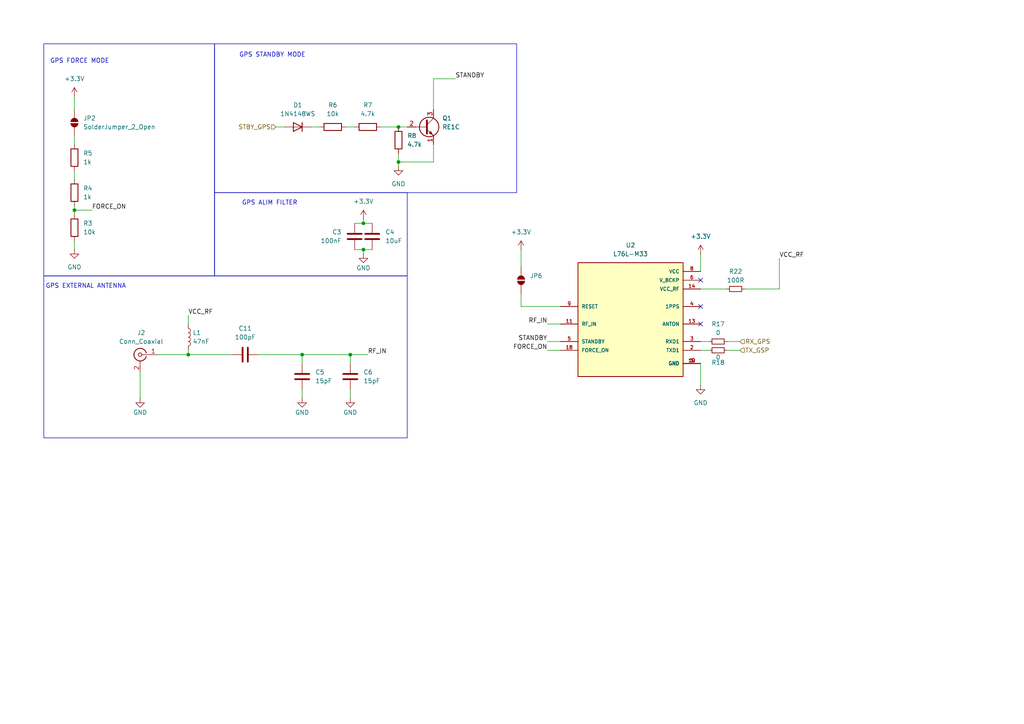
<source format=kicad_sch>
(kicad_sch (version 20250114) (generator "eeschema") (generator_version "9.0")
  (paper "A4")
  (lib_symbols
    (symbol "Connector:Conn_Coaxial" (pin_names (offset 1.016) (hide yes))
      (property "Reference" "J" (at 0.254 3.048 0))
      (property "Value" "Conn_Coaxial" (at 2.921 0 90))
      (symbol "Conn_Coaxial_0_1"
        (polyline (pts (xy -2.54 0) (xy -0.508 0)))
        (arc (start 1.778 0) (mid 0.222 -1.8079) (end -1.778 -0.508) (stroke (width 0.254)))
        (arc (start -1.778 0.508) (mid 0.2221 1.8084) (end 1.778 0) (stroke (width 0.254)))
        (circle (center 0 0) (radius 0.508) (stroke (width 0.2032)))
        (polyline (pts (xy 0 -2.54) (xy 0 -1.778)))
      )
      (symbol "Conn_Coaxial_1_1"
        (pin passive line (at -5.08 0 0) (length 2.54) (name "In") (number "1"))
        (pin passive line (at 0 -5.08 90) (length 2.54) (name "Ext") (number "2"))
      )
    )
    (symbol "Device:C" (pin_numbers (hide yes)) (pin_names (offset 0.254))
      (property "Reference" "C" (at 0.635 2.54 0))
      (property "Value" "C" (at 0.635 -2.54 0))
      (symbol "C_0_1"
        (polyline (pts (xy -2.032 0.762) (xy 2.032 0.762)) (stroke (width 0.508)))
        (polyline (pts (xy -2.032 -0.762) (xy 2.032 -0.762)) (stroke (width 0.508)))
      )
      (symbol "C_1_1"
        (pin passive line (at 0 3.81 270) (length 2.794) (name "~") (number "1"))
        (pin passive line (at 0 -3.81 90) (length 2.794) (name "~") (number "2"))
      )
    )
    (symbol "Device:L" (pin_numbers (hide yes)) (pin_names (offset 1.016) (hide yes))
      (property "Reference" "L" (at -1.27 0 90))
      (property "Value" "L" (at 1.905 0 90))
      (symbol "L_0_1"
        (arc (start 0 2.54) (mid 0.6323 1.905) (end 0 1.27))
        (arc (start 0 1.27) (mid 0.6323 0.635) (end 0 0))
        (arc (start 0 0) (mid 0.6323 -0.635) (end 0 -1.27))
        (arc (start 0 -1.27) (mid 0.6323 -1.905) (end 0 -2.54))
      )
      (symbol "L_1_1"
        (pin passive line (at 0 3.81 270) (length 1.27) (name "1") (number "1"))
        (pin passive line (at 0 -3.81 90) (length 1.27) (name "2") (number "2"))
      )
    )
    (symbol "Device:R" (pin_numbers (hide yes)) (pin_names (offset 0))
      (property "Reference" "R" (at 2.032 0 90))
      (property "Value" "R" (at 0 0 90))
      (symbol "R_0_1"
        (rectangle (start -1.016 -2.54) (end 1.016 2.54) (stroke (width 0.254)))
      )
      (symbol "R_1_1"
        (pin passive line (at 0 3.81 270) (length 1.27) (name "~") (number "1"))
        (pin passive line (at 0 -3.81 90) (length 1.27) (name "~") (number "2"))
      )
    )
    (symbol "Device:R_Small" (pin_numbers (hide yes)) (pin_names (offset 0.254) (hide yes))
      (property "Reference" "R" (at 0.762 0.508 0))
      (property "Value" "R_Small" (at 0.762 -1.016 0))
      (symbol "R_Small_0_1"
        (rectangle (start -0.762 1.778) (end 0.762 -1.778) (stroke (width 0.2032)))
      )
      (symbol "R_Small_1_1"
        (pin passive line (at 0 2.54 270) (length 0.762) (name "~") (number "1"))
        (pin passive line (at 0 -2.54 90) (length 0.762) (name "~") (number "2"))
      )
    )
    (symbol "Diode:1N4148WS" (pin_numbers (hide yes)) (pin_names (hide yes))
      (property "Reference" "D" (at 0 2.54 0))
      (property "Value" "1N4148WS" (at 0 -2.54 0))
      (symbol "1N4148WS_0_1"
        (polyline (pts (xy -1.27 1.27) (xy -1.27 -1.27)) (stroke (width 0.254)))
        (polyline (pts (xy 1.27 1.27) (xy 1.27 -1.27) (xy -1.27 0) (xy 1.27 1.27)) (stroke (width 0.254)))
        (polyline (pts (xy 1.27 0) (xy -1.27 0)))
      )
      (symbol "1N4148WS_1_1"
        (pin passive line (at -3.81 0 0) (length 2.54) (name "K") (number "1"))
        (pin passive line (at 3.81 0 180) (length 2.54) (name "A") (number "2"))
      )
    )
    (symbol "Jumper:SolderJumper_2_Open" (pin_numbers (hide yes)) (pin_names (offset 0) (hide yes)) (exclude_from_sim yes) (in_bom no)
      (property "Reference" "JP" (at 0 2.032 0))
      (property "Value" "SolderJumper_2_Open" (at 0 -2.54 0))
      (symbol "SolderJumper_2_Open_0_1"
        (polyline (pts (xy -0.254 1.016) (xy -0.254 -1.016)))
        (arc (start -0.254 -1.016) (mid -1.2656 0) (end -0.254 1.016))
        (arc (start -0.254 -1.016) (mid -1.2656 0) (end -0.254 1.016) (fill (type outline)))
        (arc (start 0.254 1.016) (mid 1.2656 0) (end 0.254 -1.016))
        (arc (start 0.254 1.016) (mid 1.2656 0) (end 0.254 -1.016) (fill (type outline)))
        (polyline (pts (xy 0.254 1.016) (xy 0.254 -1.016)))
      )
      (symbol "SolderJumper_2_Open_1_1"
        (pin passive line (at -3.81 0 0) (length 2.54) (name "A") (number "1"))
        (pin passive line (at 3.81 0 180) (length 2.54) (name "B") (number "2"))
      )
    )
    (symbol "L76L-M33:L76L-M33" (pin_names (offset 1.016))
      (property "Reference" "U2" (at 0 22.86 0))
      (property "Value" "L76L-M33" (at 0 20.32 0))
      (symbol "L76L-M33_0_0"
        (rectangle (start -15.24 -15.24) (end 15.24 17.78) (stroke (width 0.254)) (fill (type background)))
        (pin input line (at -20.32 5.08 0) (length 5.08) (name "RESET") (number "9"))
        (pin input line (at -20.32 0 0) (length 5.08) (name "RF_IN") (number "11"))
        (pin input line (at -20.32 -5.08 0) (length 5.08) (name "STANDBY") (number "5"))
        (pin input line (at -20.32 -7.62 0) (length 5.08) (name "FORCE_ON") (number "18"))
        (pin power_in line (at 20.32 15.24 180) (length 5.08) (name "VCC") (number "8"))
        (pin power_in line (at 20.32 12.7 180) (length 5.08) (name "V_BCKP") (number "6"))
        (pin output line (at 20.32 5.08 180) (length 5.08) (name "1PPS") (number "4"))
        (pin output line (at 20.32 0 180) (length 5.08) (name "ANTON") (number "13"))
        (pin input line (at 20.32 -5.08 180) (length 5.08) (name "RXD1") (number "3"))
        (pin output line (at 20.32 -7.62 180) (length 5.08) (name "TXD1") (number "2"))
      )
      (symbol "L76L-M33_1_0"
        (pin power_out line (at 20.32 10.16 180) (length 5.08) (name "VCC_RF") (number "14"))
        (pin power_out line (at 20.32 -11.43 180) (length 5.08) (name "GND") (number "1"))
        (pin power_out line (at 20.32 -11.43 180) (length 5.08) (name "GND") (number "10"))
        (pin power_out line (at 20.32 -11.43 180) (length 5.08) (name "GND") (number "12"))
      )
    )
    (symbol "Transistor_BJT:S8050" (pin_names (offset 0) (hide yes))
      (property "Reference" "Q" (at 5.08 1.905 0))
      (property "Value" "S8050" (at 5.08 0 0))
      (symbol "S8050_0_1"
        (polyline (pts (xy -2.54 0) (xy 0.635 0)))
        (polyline (pts (xy 0.635 1.905) (xy 0.635 -1.905)) (stroke (width 0.508)))
        (circle (center 1.27 0) (radius 2.8194) (stroke (width 0.254)))
      )
      (symbol "S8050_1_1"
        (polyline (pts (xy 0.635 0.635) (xy 2.54 2.54)))
        (polyline (pts (xy 0.635 -0.635) (xy 2.54 -2.54)))
        (polyline (pts (xy 1.27 -1.778) (xy 1.778 -1.27) (xy 2.286 -2.286) (xy 1.27 -1.778)) (fill (type outline)))
        (pin input line (at -5.08 0 0) (length 2.54) (name "B") (number "2"))
        (pin passive line (at 2.54 5.08 270) (length 2.54) (name "C") (number "3"))
        (pin passive line (at 2.54 -5.08 90) (length 2.54) (name "E") (number "1"))
      )
    )
    (symbol "power:+3.3V" (power) (pin_numbers (hide yes)) (pin_names (offset 0) (hide yes))
      (property "Value" "+3.3V" (at 0 3.556 0))
      (symbol "+3.3V_0_1"
        (polyline (pts (xy -0.762 1.27) (xy 0 2.54)))
        (polyline (pts (xy 0 2.54) (xy 0.762 1.27)))
        (polyline (pts (xy 0 0) (xy 0 2.54)))
      )
      (symbol "+3.3V_1_1"
        (pin power_in line (at 0 0 90) (length 0) (name "~") (number "1"))
      )
    )
    (symbol "power:GND" (power) (pin_numbers (hide yes)) (pin_names (offset 0) (hide yes))
      (property "Value" "GND" (at 0 -3.81 0))
      (symbol "GND_0_1"
        (polyline (pts (xy 0 0) (xy 0 -1.27) (xy 1.27 -1.27) (xy 0 -2.54) (xy -1.27 -1.27) (xy 0 -1.27)))
      )
      (symbol "GND_1_1"
        (pin power_in line (at 0 0 270) (length 0) (name "~") (number "1"))
      )
    )
  )
  (rectangle (start 62.23 55.88) (end 118.11 80.01))
  (rectangle (start 12.7 12.7) (end 62.23 80.01))
  (rectangle (start 12.7 80.01) (end 118.11 127))
  (rectangle (start 62.23 12.7) (end 149.86 55.88))
  (text "GPS EXTERNAL ANTENNA" (at 24.892 83.058 0) (effects (font (size 1.27 1.27))))
  (text "GPS STANDBY MODE" (at 78.994 16.002 0) (effects (font (size 1.27 1.27))))
  (text "GPS ALIM FILTER\n\n" (at 78.232 59.944 0) (effects (font (size 1.27 1.27))))
  (text "GPS FORCE MODE\n" (at 23.114 17.78 0) (effects (font (size 1.27 1.27))))
  (junction (at 105.41 64.77))
  (junction (at 101.6 102.87))
  (junction (at 87.63 102.87))
  (junction (at 54.61 102.87))
  (junction (at 21.59 60.96))
  (junction (at 115.57 46.99))
  (junction (at 115.57 36.83))
  (junction (at 105.41 72.39))
  (no_connect (at 203.2 81.28))
  (no_connect (at 203.2 93.98))
  (no_connect (at 203.2 88.9))
  (wire (pts (xy 105.41 64.77) (xy 107.95 64.77)))
  (wire (pts (xy 203.2 105.41) (xy 203.2 111.76)))
  (wire (pts (xy 21.59 27.94) (xy 21.59 31.75)))
  (wire (pts (xy 90.17 36.83) (xy 92.71 36.83)))
  (wire (pts (xy 105.41 72.39) (xy 107.95 72.39)))
  (wire (pts (xy 115.57 36.83) (xy 118.11 36.83)))
  (wire (pts (xy 101.6 113.03) (xy 101.6 115.57)))
  (wire (pts (xy 115.57 44.45) (xy 115.57 46.99)))
  (wire (pts (xy 54.61 101.6) (xy 54.61 102.87)))
  (wire (pts (xy 45.72 102.87) (xy 54.61 102.87)))
  (wire (pts (xy 214.63 101.6) (xy 210.82 101.6)))
  (wire (pts (xy 21.59 60.96) (xy 21.59 62.23)))
  (wire (pts (xy 125.73 41.91) (xy 125.73 46.99)))
  (wire (pts (xy 100.33 36.83) (xy 102.87 36.83)))
  (wire (pts (xy 54.61 102.87) (xy 67.31 102.87)))
  (wire (pts (xy 205.74 101.6) (xy 203.2 101.6)))
  (wire (pts (xy 21.59 60.96) (xy 26.67 60.96)))
  (wire (pts (xy 105.41 72.39) (xy 105.41 73.66)))
  (wire (pts (xy 102.87 72.39) (xy 105.41 72.39)))
  (wire (pts (xy 125.73 22.86) (xy 125.73 31.75)))
  (wire (pts (xy 102.87 64.77) (xy 105.41 64.77)))
  (wire (pts (xy 101.6 102.87) (xy 101.6 105.41)))
  (wire (pts (xy 151.13 88.9) (xy 162.56 88.9)))
  (wire (pts (xy 21.59 69.85) (xy 21.59 72.39)))
  (wire (pts (xy 158.75 93.98) (xy 162.56 93.98)))
  (wire (pts (xy 101.6 102.87) (xy 106.68 102.87)))
  (wire (pts (xy 151.13 85.09) (xy 151.13 88.9)))
  (wire (pts (xy 214.63 99.06) (xy 210.82 99.06)))
  (wire (pts (xy 110.49 36.83) (xy 115.57 36.83)))
  (wire (pts (xy 115.57 46.99) (xy 125.73 46.99)))
  (wire (pts (xy 54.61 91.44) (xy 54.61 93.98)))
  (wire (pts (xy 74.93 102.87) (xy 87.63 102.87)))
  (wire (pts (xy 115.57 46.99) (xy 115.57 48.26)))
  (wire (pts (xy 151.13 72.39) (xy 151.13 77.47)))
  (wire (pts (xy 21.59 59.69) (xy 21.59 60.96)))
  (wire (pts (xy 21.59 49.53) (xy 21.59 52.07)))
  (wire (pts (xy 226.06 74.93) (xy 226.06 83.82)))
  (wire (pts (xy 80.01 36.83) (xy 82.55 36.83)))
  (wire (pts (xy 158.75 101.6) (xy 162.56 101.6)))
  (wire (pts (xy 158.75 99.06) (xy 162.56 99.06)))
  (wire (pts (xy 205.74 99.06) (xy 203.2 99.06)))
  (wire (pts (xy 21.59 39.37) (xy 21.59 41.91)))
  (wire (pts (xy 87.63 105.41) (xy 87.63 102.87)))
  (wire (pts (xy 87.63 113.03) (xy 87.63 115.57)))
  (wire (pts (xy 203.2 83.82) (xy 210.82 83.82)))
  (wire (pts (xy 87.63 102.87) (xy 101.6 102.87)))
  (wire (pts (xy 40.64 107.95) (xy 40.64 115.57)))
  (wire (pts (xy 125.73 22.86) (xy 132.08 22.86)))
  (wire (pts (xy 105.41 63.5) (xy 105.41 64.77)))
  (wire (pts (xy 215.9 83.82) (xy 226.06 83.82)))
  (wire (pts (xy 203.2 73.66) (xy 203.2 78.74)))
  (label "RF_IN" (at 158.75 93.98 180))
  (label "FORCE_ON" (at 26.67 60.96 0))
  (label "RF_IN" (at 106.68 102.87 0))
  (label "STANDBY" (at 158.75 99.06 180))
  (label "VCC_RF" (at 54.61 91.44 0))
  (label "STANDBY" (at 132.08 22.86 0))
  (label "FORCE_ON" (at 158.75 101.6 180))
  (label "VCC_RF" (at 226.06 74.93 0))
  (hierarchical_label "STBY_GPS" (shape input) (at 80.01 36.83 180))
  (hierarchical_label "TX_GSP" (shape input) (at 214.63 101.6 0))
  (hierarchical_label "RX_GPS" (shape input) (at 214.63 99.06 0))
  (symbol (lib_id "power:GND") (at 105.41 73.66 0) (unit 1)
    (property "Reference" "#PWR021" (effects (hide yes)))
    (property "Value" "GND" (at 105.41 77.724 0))
    (property "Description" "Power symbol creates a global label with name \"GND\" , ground" (effects (hide yes)))
  )
  (symbol (lib_id "power:GND") (at 101.6 115.57 0) (unit 1)
    (property "Reference" "#PWR026" (effects (hide yes)))
    (property "Value" "GND" (at 101.6 119.634 0))
    (property "Description" "Power symbol creates a global label with name \"GND\" , ground" (effects (hide yes)))
  )
  (symbol (lib_id "Device:R_Small") (at 208.28 99.06 90) (unit 1)
    (property "Reference" "R17" (at 208.28 93.98 90))
    (property "Value" "0" (at 208.28 96.52 90))
    (property "Footprint" "Resistor_SMD:R_0603_1608Metric" (effects (hide yes)))
    (property "Description" "Resistor, small symbol" (effects (hide yes)))
  )
  (symbol (lib_id "power:GND") (at 40.64 115.57 0) (unit 1)
    (property "Reference" "#PWR023" (effects (hide yes)))
    (property "Value" "GND" (at 40.64 119.634 0))
    (property "Description" "Power symbol creates a global label with name \"GND\" , ground" (effects (hide yes)))
  )
  (symbol (lib_id "Device:R_Small") (at 213.36 83.82 90) (unit 1)
    (property "Reference" "R22" (at 213.36 78.74 90))
    (property "Value" "100R" (at 213.36 81.28 90))
    (property "Footprint" "Resistor_SMD:R_0603_1608Metric" (effects (hide yes)))
    (property "Description" "Resistor, small symbol" (effects (hide yes)))
  )
  (symbol (lib_id "power:+3.3V") (at 105.41 63.5 0) (unit 1)
    (property "Reference" "#PWR031" (effects (hide yes)))
    (property "Value" "+3.3V" (at 105.41 58.42 0))
    (property "Description" "Power symbol creates a global label with name \"+3.3V\"" (effects (hide yes)))
  )
  (symbol (lib_id "power:+3.3V") (at 203.2 73.66 0) (unit 1)
    (property "Reference" "#PWR040" (effects (hide yes)))
    (property "Value" "+3.3V" (at 203.2 68.58 0))
    (property "Description" "Power symbol creates a global label with name \"+3.3V\"" (effects (hide yes)))
  )
  (symbol (lib_id "Jumper:SolderJumper_2_Open") (at 151.13 81.28 90) (unit 1) (exclude_from_sim yes) (in_bom no)
    (property "Reference" "JP6" (at 153.67 80.0099 90) (effects (justify right)))
    (property "Value" "SolderJumper_2_Open" (effects (hide yes)))
    (property "Footprint" "Jumper:SolderJumper-2_P1.3mm_Open_RoundedPad1.0x1.5mm" (effects (hide yes)))
    (property "Description" "Solder Jumper, 2-pole, open" (effects (hide yes)))
  )
  (symbol (lib_id "Device:R_Small") (at 208.28 101.6 90) (unit 1)
    (property "Reference" "R18" (at 208.28 105.156 90))
    (property "Value" "0" (at 208.28 103.632 90))
    (property "Footprint" "Resistor_SMD:R_0603_1608Metric" (effects (hide yes)))
    (property "Description" "Resistor, small symbol" (effects (hide yes)))
  )
  (symbol (lib_id "Jumper:SolderJumper_2_Open") (at 21.59 35.56 90) (unit 1) (exclude_from_sim yes) (in_bom no)
    (property "Reference" "JP2" (at 24.13 34.2899 90) (effects (justify right)))
    (property "Value" "SolderJumper_2_Open" (at 24.13 36.8299 90) (effects (justify right)))
    (property "Footprint" "Jumper:SolderJumper-2_P1.3mm_Open_RoundedPad1.0x1.5mm" (effects (hide yes)))
    (property "Description" "Solder Jumper, 2-pole, open" (effects (hide yes)))
  )
  (symbol (lib_id "Device:R") (at 21.59 45.72 0) (unit 1)
    (property "Reference" "R5" (at 24.13 44.4499 0) (effects (justify left)))
    (property "Value" "1k" (at 24.13 46.9899 0) (effects (justify left)))
    (property "Footprint" "Resistor_SMD:R_0603_1608Metric" (effects (hide yes)))
    (property "Description" "Resistor" (effects (hide yes)))
  )
  (symbol (lib_id "Device:R") (at 115.57 40.64 180) (unit 1)
    (property "Reference" "R8" (at 118.11 39.3699 0) (effects (justify right)))
    (property "Value" "4.7k" (at 118.11 41.9099 0) (effects (justify right)))
    (property "Footprint" "Resistor_SMD:R_0603_1608Metric" (effects (hide yes)))
    (property "Description" "Resistor" (effects (hide yes)))
  )
  (symbol (lib_id "Device:R") (at 21.59 55.88 0) (unit 1)
    (property "Reference" "R4" (at 24.13 54.6099 0) (effects (justify left)))
    (property "Value" "1k" (at 24.13 57.1499 0) (effects (justify left)))
    (property "Footprint" "Resistor_SMD:R_0603_1608Metric" (effects (hide yes)))
    (property "Description" "Resistor" (effects (hide yes)))
  )
  (symbol (lib_id "power:+3.3V") (at 151.13 72.39 0) (unit 1)
    (property "Reference" "#PWR028" (effects (hide yes)))
    (property "Value" "+3.3V" (at 151.13 67.31 0))
    (property "Description" "Power symbol creates a global label with name \"+3.3V\"" (effects (hide yes)))
  )
  (symbol (lib_id "power:GND") (at 21.59 72.39 0) (unit 1)
    (property "Reference" "#PWR013" (effects (hide yes)))
    (property "Value" "GND" (at 21.59 77.47 0))
    (property "Description" "Power symbol creates a global label with name \"GND\" , ground" (effects (hide yes)))
  )
  (symbol (lib_id "Device:R") (at 21.59 66.04 0) (unit 1)
    (property "Reference" "R3" (at 24.13 64.7699 0) (effects (justify left)))
    (property "Value" "10k" (at 24.13 67.3099 0) (effects (justify left)))
    (property "Footprint" "Resistor_SMD:R_0603_1608Metric" (effects (hide yes)))
    (property "Description" "Resistor" (effects (hide yes)))
  )
  (symbol (lib_id "Device:C") (at 101.6 109.22 0) (unit 1)
    (property "Reference" "C6" (at 105.41 107.9499 0) (effects (justify left)))
    (property "Value" "15pF" (at 105.41 110.4899 0) (effects (justify left)))
    (property "Footprint" "Capacitor_SMD:C_0603_1608Metric" (effects (hide yes)))
    (property "Description" "Unpolarized capacitor" (effects (hide yes)))
  )
  (symbol (lib_id "Connector:Conn_Coaxial") (at 40.64 102.87 0) (mirror y) (unit 1)
    (property "Reference" "J2" (at 40.9574 96.52 0))
    (property "Value" "Conn_Coaxial" (at 40.9574 99.06 0))
    (property "Footprint" "Connector_Coaxial:U.FL_Molex_MCRF_73412-0110_Vertical" (effects (hide yes)))
    (property "Description" "coaxial connector (BNC, SMA, SMB, SMC, Cinch/RCA, LEMO, ...)" (effects (hide yes)))
  )
  (symbol (lib_id "Device:R") (at 106.68 36.83 90) (unit 1)
    (property "Reference" "R7" (at 106.68 30.48 90))
    (property "Value" "4.7k" (at 106.68 33.02 90))
    (property "Footprint" "Resistor_SMD:R_0603_1608Metric" (effects (hide yes)))
    (property "Description" "Resistor" (effects (hide yes)))
  )
  (symbol (lib_id "Device:L") (at 54.61 97.79 0) (unit 1)
    (property "Reference" "L1" (at 55.88 96.5199 0) (effects (justify left)))
    (property "Value" "47nF" (at 55.88 99.0599 0) (effects (justify left)))
    (property "Footprint" "Inductor_SMD:L_0603_1608Metric" (effects (hide yes)))
    (property "Description" "Inductor" (effects (hide yes)))
  )
  (symbol (lib_id "power:GND") (at 87.63 115.57 0) (unit 1)
    (property "Reference" "#PWR025" (effects (hide yes)))
    (property "Value" "GND" (at 87.63 119.634 0))
    (property "Description" "Power symbol creates a global label with name \"GND\" , ground" (effects (hide yes)))
  )
  (symbol (lib_id "Device:C") (at 102.87 68.58 0) (mirror y) (unit 1)
    (property "Reference" "C3" (at 99.06 67.3099 0) (effects (justify left)))
    (property "Value" "100nF" (at 99.06 69.8499 0) (effects (justify left)))
    (property "Footprint" "Capacitor_SMD:C_0603_1608Metric" (effects (hide yes)))
    (property "Description" "Unpolarized capacitor" (effects (hide yes)))
  )
  (symbol (lib_id "power:GND") (at 203.2 111.76 0) (unit 1)
    (property "Reference" "#PWR03" (effects (hide yes)))
    (property "Value" "GND" (at 203.2 116.84 0))
    (property "Description" "Power symbol creates a global label with name \"GND\" , ground" (effects (hide yes)))
  )
  (symbol (lib_id "power:GND") (at 115.57 48.26 0) (unit 1)
    (property "Reference" "#PWR019" (effects (hide yes)))
    (property "Value" "GND" (at 115.57 53.34 0))
    (property "Description" "Power symbol creates a global label with name \"GND\" , ground" (effects (hide yes)))
  )
  (symbol (lib_id "Device:C") (at 87.63 109.22 0) (unit 1)
    (property "Reference" "C5" (at 91.44 107.9499 0) (effects (justify left)))
    (property "Value" "15pF" (at 91.44 110.4899 0) (effects (justify left)))
    (property "Footprint" "Capacitor_SMD:C_0603_1608Metric" (effects (hide yes)))
    (property "Description" "Unpolarized capacitor" (effects (hide yes)))
  )
  (symbol (lib_id "power:+3.3V") (at 21.59 27.94 0) (unit 1)
    (property "Reference" "#PWR045" (effects (hide yes)))
    (property "Value" "+3.3V" (at 21.59 22.86 0))
    (property "Description" "Power symbol creates a global label with name \"+3.3V\"" (effects (hide yes)))
  )
  (symbol (lib_id "L76L-M33:L76L-M33") (at 182.88 93.98 0) (unit 1)
    (property "Reference" "U2" (at 182.88 71.12 0))
    (property "Value" "L76L-M33" (at 182.88 73.66 0))
    (property "Footprint" "L76L-M33:XCVR_L76L-M33" (effects (hide yes)))
    (property "DigiKey_Part_Number" "2958-L76L-M33TR-ND" (effects (hide yes)))
    (property "MF" "Quectel" (effects (hide yes)))
    (property "Description_1" "L76-L is a concurrent receiver module integrating GPS, GLONASS, Galileo and QZSS systems. With 33 tracking channels, 99 acquisition channels and 210 PRN channels, L76-L can acquire and track any mix of GPS, GLONASS and SBAS signals. Designed to be compatible with Quectel L76 module in the compact and unified form factor, L76-L provides a built-in LNA for better performance in weak signal areas." (effects (hide yes)))
    (property "Package" "Custom Quectel" (effects (hide yes)))
    (property "Price" "None" (effects (hide yes)))
    (property "SnapEDA_Link" "https://www.snapeda.com/parts/L76L-M33/Quectel/view-part/?ref=snap" (effects (hide yes)))
    (property "MP" "L76L-M33" (effects (hide yes)))
    (property "Availability" "In Stock" (effects (hide yes)))
    (property "Check_prices" "https://www.snapeda.com/parts/L76L-M33/Quectel/view-part/?ref=eda" (effects (hide yes)))
  )
  (symbol (lib_id "Transistor_BJT:S8050") (at 123.19 36.83 0) (unit 1) (in_bom no)
    (property "Reference" "Q1" (at 128.27 34.2899 0) (effects (justify left)))
    (property "Value" "RE1C" (at 128.27 36.8299 0) (effects (justify left)))
    (property "Footprint" "Package_TO_SOT_SMD:SOT-416" (effects (hide yes)))
    (property "Datasheet" "http://www.unisonic.com.tw/datasheet/S8050.pdf" (effects (hide yes)))
    (property "Description" "0.7A Ic, 20V Vce, Low Voltage High Current NPN Transistor, TO-92" (effects (hide yes)))
  )
  (symbol (lib_id "Diode:1N4148WS") (at 86.36 36.83 180) (unit 1)
    (property "Reference" "D1" (at 86.36 30.48 0))
    (property "Value" "1N4148WS" (at 86.36 33.02 0))
    (property "Footprint" "Diode_SMD:D_SOD-323" (effects (hide yes)))
    (property "Datasheet" "https://www.vishay.com/docs/85751/1n4148ws.pdf" (effects (hide yes)))
    (property "Description" "75V 0.15A Fast switching Diode, SOD-323" (effects (hide yes)))
    (property "Sim.Device" "D" (effects (hide yes)))
    (property "Sim.Pins" "1=K 2=A" (effects (hide yes)))
  )
  (symbol (lib_id "Device:C") (at 107.95 68.58 0) (unit 1)
    (property "Reference" "C4" (at 111.76 67.3099 0) (effects (justify left)))
    (property "Value" "10uF" (at 111.76 69.8499 0) (effects (justify left)))
    (property "Footprint" "Capacitor_SMD:C_0603_1608Metric" (effects (hide yes)))
    (property "Description" "Unpolarized capacitor" (effects (hide yes)))
  )
  (symbol (lib_id "Device:R") (at 96.52 36.83 90) (unit 1)
    (property "Reference" "R6" (at 96.52 30.48 90))
    (property "Value" "10k" (at 96.52 33.02 90))
    (property "Footprint" "Resistor_SMD:R_0603_1608Metric" (effects (hide yes)))
    (property "Description" "Resistor" (effects (hide yes)))
  )
  (symbol (lib_id "Device:C") (at 71.12 102.87 90) (unit 1)
    (property "Reference" "C11" (at 71.12 95.25 90))
    (property "Value" "100pF" (at 71.12 97.79 90))
    (property "Footprint" "Capacitor_SMD:C_0603_1608Metric" (effects (hide yes)))
    (property "Description" "Unpolarized capacitor" (effects (hide yes)))
  )
)
</source>
